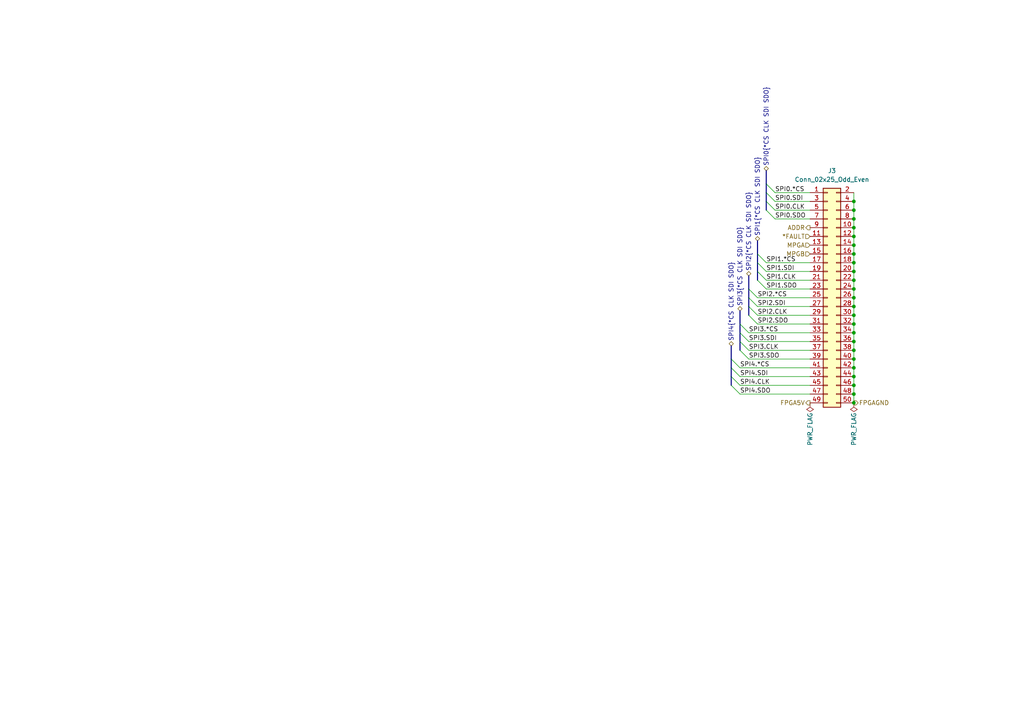
<source format=kicad_sch>
(kicad_sch (version 20211123) (generator eeschema)
  (paper "A4")
  (lib_symbols
    (symbol "Connector_Generic:Conn_02x25_Odd_Even" (pin_names (offset 1.016) hide)
      (property "Reference" "J" (at 1.27 33.02 0))
      (property "Value" "Conn_02x25_Odd_Even" (at 1.27 -33.02 0))
      (symbol "Conn_02x25_Odd_Even_1_1"
        (rectangle (start -1.27 -30.353) (end 0 -30.607) (stroke (width 0.1524)))
        (rectangle (start -1.27 -27.813) (end 0 -28.067) (stroke (width 0.1524)))
        (rectangle (start -1.27 -25.273) (end 0 -25.527) (stroke (width 0.1524)))
        (rectangle (start -1.27 -22.733) (end 0 -22.987) (stroke (width 0.1524)))
        (rectangle (start -1.27 -20.193) (end 0 -20.447) (stroke (width 0.1524)))
        (rectangle (start -1.27 -17.653) (end 0 -17.907) (stroke (width 0.1524)))
        (rectangle (start -1.27 -15.113) (end 0 -15.367) (stroke (width 0.1524)))
        (rectangle (start -1.27 -12.573) (end 0 -12.827) (stroke (width 0.1524)))
        (rectangle (start -1.27 -10.033) (end 0 -10.287) (stroke (width 0.1524)))
        (rectangle (start -1.27 -7.493) (end 0 -7.747) (stroke (width 0.1524)))
        (rectangle (start -1.27 -4.953) (end 0 -5.207) (stroke (width 0.1524)))
        (rectangle (start -1.27 -2.413) (end 0 -2.667) (stroke (width 0.1524)))
        (rectangle (start -1.27 0.127) (end 0 -0.127) (stroke (width 0.1524)))
        (rectangle (start -1.27 2.667) (end 0 2.413) (stroke (width 0.1524)))
        (rectangle (start -1.27 5.207) (end 0 4.953) (stroke (width 0.1524)))
        (rectangle (start -1.27 7.747) (end 0 7.493) (stroke (width 0.1524)))
        (rectangle (start -1.27 10.287) (end 0 10.033) (stroke (width 0.1524)))
        (rectangle (start -1.27 12.827) (end 0 12.573) (stroke (width 0.1524)))
        (rectangle (start -1.27 15.367) (end 0 15.113) (stroke (width 0.1524)))
        (rectangle (start -1.27 17.907) (end 0 17.653) (stroke (width 0.1524)))
        (rectangle (start -1.27 20.447) (end 0 20.193) (stroke (width 0.1524)))
        (rectangle (start -1.27 22.987) (end 0 22.733) (stroke (width 0.1524)))
        (rectangle (start -1.27 25.527) (end 0 25.273) (stroke (width 0.1524)))
        (rectangle (start -1.27 28.067) (end 0 27.813) (stroke (width 0.1524)))
        (rectangle (start -1.27 30.607) (end 0 30.353) (stroke (width 0.1524)))
        (rectangle (start -1.27 31.75) (end 3.81 -31.75) (stroke (width 0.254)) (fill (type background)))
        (rectangle (start 3.81 -30.353) (end 2.54 -30.607) (stroke (width 0.1524)))
        (rectangle (start 3.81 -27.813) (end 2.54 -28.067) (stroke (width 0.1524)))
        (rectangle (start 3.81 -25.273) (end 2.54 -25.527) (stroke (width 0.1524)))
        (rectangle (start 3.81 -22.733) (end 2.54 -22.987) (stroke (width 0.1524)))
        (rectangle (start 3.81 -20.193) (end 2.54 -20.447) (stroke (width 0.1524)))
        (rectangle (start 3.81 -17.653) (end 2.54 -17.907) (stroke (width 0.1524)))
        (rectangle (start 3.81 -15.113) (end 2.54 -15.367) (stroke (width 0.1524)))
        (rectangle (start 3.81 -12.573) (end 2.54 -12.827) (stroke (width 0.1524)))
        (rectangle (start 3.81 -10.033) (end 2.54 -10.287) (stroke (width 0.1524)))
        (rectangle (start 3.81 -7.493) (end 2.54 -7.747) (stroke (width 0.1524)))
        (rectangle (start 3.81 -4.953) (end 2.54 -5.207) (stroke (width 0.1524)))
        (rectangle (start 3.81 -2.413) (end 2.54 -2.667) (stroke (width 0.1524)))
        (rectangle (start 3.81 0.127) (end 2.54 -0.127) (stroke (width 0.1524)))
        (rectangle (start 3.81 2.667) (end 2.54 2.413) (stroke (width 0.1524)))
        (rectangle (start 3.81 5.207) (end 2.54 4.953) (stroke (width 0.1524)))
        (rectangle (start 3.81 7.747) (end 2.54 7.493) (stroke (width 0.1524)))
        (rectangle (start 3.81 10.287) (end 2.54 10.033) (stroke (width 0.1524)))
        (rectangle (start 3.81 12.827) (end 2.54 12.573) (stroke (width 0.1524)))
        (rectangle (start 3.81 15.367) (end 2.54 15.113) (stroke (width 0.1524)))
        (rectangle (start 3.81 17.907) (end 2.54 17.653) (stroke (width 0.1524)))
        (rectangle (start 3.81 20.447) (end 2.54 20.193) (stroke (width 0.1524)))
        (rectangle (start 3.81 22.987) (end 2.54 22.733) (stroke (width 0.1524)))
        (rectangle (start 3.81 25.527) (end 2.54 25.273) (stroke (width 0.1524)))
        (rectangle (start 3.81 28.067) (end 2.54 27.813) (stroke (width 0.1524)))
        (rectangle (start 3.81 30.607) (end 2.54 30.353) (stroke (width 0.1524)))
        (pin passive line (at -5.08 30.48 0) (length 3.81) (name "Pin_1") (number "1"))
        (pin passive line (at 7.62 20.32 180) (length 3.81) (name "Pin_10") (number "10"))
        (pin passive line (at -5.08 17.78 0) (length 3.81) (name "Pin_11") (number "11"))
        (pin passive line (at 7.62 17.78 180) (length 3.81) (name "Pin_12") (number "12"))
        (pin passive line (at -5.08 15.24 0) (length 3.81) (name "Pin_13") (number "13"))
        (pin passive line (at 7.62 15.24 180) (length 3.81) (name "Pin_14") (number "14"))
        (pin passive line (at -5.08 12.7 0) (length 3.81) (name "Pin_15") (number "15"))
        (pin passive line (at 7.62 12.7 180) (length 3.81) (name "Pin_16") (number "16"))
        (pin passive line (at -5.08 10.16 0) (length 3.81) (name "Pin_17") (number "17"))
        (pin passive line (at 7.62 10.16 180) (length 3.81) (name "Pin_18") (number "18"))
        (pin passive line (at -5.08 7.62 0) (length 3.81) (name "Pin_19") (number "19"))
        (pin passive line (at 7.62 30.48 180) (length 3.81) (name "Pin_2") (number "2"))
        (pin passive line (at 7.62 7.62 180) (length 3.81) (name "Pin_20") (number "20"))
        (pin passive line (at -5.08 5.08 0) (length 3.81) (name "Pin_21") (number "21"))
        (pin passive line (at 7.62 5.08 180) (length 3.81) (name "Pin_22") (number "22"))
        (pin passive line (at -5.08 2.54 0) (length 3.81) (name "Pin_23") (number "23"))
        (pin passive line (at 7.62 2.54 180) (length 3.81) (name "Pin_24") (number "24"))
        (pin passive line (at -5.08 0 0) (length 3.81) (name "Pin_25") (number "25"))
        (pin passive line (at 7.62 0 180) (length 3.81) (name "Pin_26") (number "26"))
        (pin passive line (at -5.08 -2.54 0) (length 3.81) (name "Pin_27") (number "27"))
        (pin passive line (at 7.62 -2.54 180) (length 3.81) (name "Pin_28") (number "28"))
        (pin passive line (at -5.08 -5.08 0) (length 3.81) (name "Pin_29") (number "29"))
        (pin passive line (at -5.08 27.94 0) (length 3.81) (name "Pin_3") (number "3"))
        (pin passive line (at 7.62 -5.08 180) (length 3.81) (name "Pin_30") (number "30"))
        (pin passive line (at -5.08 -7.62 0) (length 3.81) (name "Pin_31") (number "31"))
        (pin passive line (at 7.62 -7.62 180) (length 3.81) (name "Pin_32") (number "32"))
        (pin passive line (at -5.08 -10.16 0) (length 3.81) (name "Pin_33") (number "33"))
        (pin passive line (at 7.62 -10.16 180) (length 3.81) (name "Pin_34") (number "34"))
        (pin passive line (at -5.08 -12.7 0) (length 3.81) (name "Pin_35") (number "35"))
        (pin passive line (at 7.62 -12.7 180) (length 3.81) (name "Pin_36") (number "36"))
        (pin passive line (at -5.08 -15.24 0) (length 3.81) (name "Pin_37") (number "37"))
        (pin passive line (at 7.62 -15.24 180) (length 3.81) (name "Pin_38") (number "38"))
        (pin passive line (at -5.08 -17.78 0) (length 3.81) (name "Pin_39") (number "39"))
        (pin passive line (at 7.62 27.94 180) (length 3.81) (name "Pin_4") (number "4"))
        (pin passive line (at 7.62 -17.78 180) (length 3.81) (name "Pin_40") (number "40"))
        (pin passive line (at -5.08 -20.32 0) (length 3.81) (name "Pin_41") (number "41"))
        (pin passive line (at 7.62 -20.32 180) (length 3.81) (name "Pin_42") (number "42"))
        (pin passive line (at -5.08 -22.86 0) (length 3.81) (name "Pin_43") (number "43"))
        (pin passive line (at 7.62 -22.86 180) (length 3.81) (name "Pin_44") (number "44"))
        (pin passive line (at -5.08 -25.4 0) (length 3.81) (name "Pin_45") (number "45"))
        (pin passive line (at 7.62 -25.4 180) (length 3.81) (name "Pin_46") (number "46"))
        (pin passive line (at -5.08 -27.94 0) (length 3.81) (name "Pin_47") (number "47"))
        (pin passive line (at 7.62 -27.94 180) (length 3.81) (name "Pin_48") (number "48"))
        (pin passive line (at -5.08 -30.48 0) (length 3.81) (name "Pin_49") (number "49"))
        (pin passive line (at -5.08 25.4 0) (length 3.81) (name "Pin_5") (number "5"))
        (pin passive line (at 7.62 -30.48 180) (length 3.81) (name "Pin_50") (number "50"))
        (pin passive line (at 7.62 25.4 180) (length 3.81) (name "Pin_6") (number "6"))
        (pin passive line (at -5.08 22.86 0) (length 3.81) (name "Pin_7") (number "7"))
        (pin passive line (at 7.62 22.86 180) (length 3.81) (name "Pin_8") (number "8"))
        (pin passive line (at -5.08 20.32 0) (length 3.81) (name "Pin_9") (number "9"))
      )
    )
    (symbol "power:PWR_FLAG" (power) (pin_numbers hide) (pin_names (offset 0) hide)
      (property "Value" "PWR_FLAG" (at 0 3.81 0))
      (symbol "PWR_FLAG_0_0"
        (pin power_out line (at 0 0 90) (length 0) (name "pwr") (number "1"))
      )
      (symbol "PWR_FLAG_0_1"
        (polyline (pts (xy 0 0) (xy 0 1.27) (xy -1.016 1.905) (xy 0 2.54) (xy 1.016 1.905) (xy 0 1.27)))
      )
    )
  )
  (junction (at 247.65 96.52))
  (junction (at 247.65 68.58))
  (junction (at 247.65 76.2))
  (junction (at 247.65 114.3))
  (junction (at 247.65 109.22))
  (junction (at 247.65 111.76))
  (junction (at 247.65 66.04))
  (junction (at 247.65 81.28))
  (junction (at 247.65 78.74))
  (junction (at 247.65 106.68))
  (junction (at 247.65 101.6))
  (junction (at 247.65 63.5))
  (junction (at 247.65 104.14))
  (junction (at 247.65 83.82))
  (junction (at 247.65 86.36))
  (junction (at 247.65 88.9))
  (junction (at 247.65 73.66))
  (junction (at 247.65 71.12))
  (junction (at 247.65 91.44))
  (junction (at 247.65 58.42))
  (junction (at 247.65 99.06))
  (junction (at 247.65 60.96))
  (junction (at 247.65 93.98))
  (junction (at 247.65 116.84))
  (bus_entry (at 212.09 109.22) (size 2.54 2.54))
  (bus_entry (at 219.71 81.28) (size 2.54 2.54))
  (bus_entry (at 212.09 111.76) (size 2.54 2.54))
  (bus_entry (at 212.09 106.68) (size 2.54 2.54))
  (bus_entry (at 214.63 99.06) (size 2.54 2.54))
  (bus_entry (at 217.17 83.82) (size 2.54 2.54))
  (bus_entry (at 219.71 78.74) (size 2.54 2.54))
  (bus_entry (at 217.17 86.36) (size 2.54 2.54))
  (bus_entry (at 214.63 96.52) (size 2.54 2.54))
  (bus_entry (at 222.25 58.42) (size 2.54 2.54))
  (bus_entry (at 222.25 60.96) (size 2.54 2.54))
  (bus_entry (at 222.25 55.88) (size 2.54 2.54))
  (bus_entry (at 222.25 53.34) (size 2.54 2.54))
  (bus_entry (at 212.09 104.14) (size 2.54 2.54))
  (bus_entry (at 214.63 93.98) (size 2.54 2.54))
  (bus_entry (at 217.17 91.44) (size 2.54 2.54))
  (bus_entry (at 219.71 76.2) (size 2.54 2.54))
  (bus_entry (at 217.17 88.9) (size 2.54 2.54))
  (bus_entry (at 219.71 73.66) (size 2.54 2.54))
  (bus_entry (at 214.63 101.6) (size 2.54 2.54))
  (wire (pts (xy 222.25 78.74) (xy 234.95 78.74)))
  (wire (pts (xy 247.65 101.6) (xy 247.65 104.14)))
  (bus (pts (xy 212.09 100.33) (xy 212.09 104.14)))
  (bus (pts (xy 217.17 83.82) (xy 217.17 86.36)))
  (wire (pts (xy 224.79 63.5) (xy 234.95 63.5)))
  (wire (pts (xy 247.65 106.68) (xy 247.65 109.22)))
  (wire (pts (xy 247.65 63.5) (xy 247.65 66.04)))
  (bus (pts (xy 222.25 53.34) (xy 222.25 55.88)))
  (bus (pts (xy 222.25 58.42) (xy 222.25 60.96)))
  (wire (pts (xy 219.71 88.9) (xy 234.95 88.9)))
  (wire (pts (xy 247.65 66.04) (xy 247.65 68.58)))
  (wire (pts (xy 247.65 104.14) (xy 247.65 106.68)))
  (wire (pts (xy 247.65 68.58) (xy 247.65 71.12)))
  (bus (pts (xy 217.17 80.01) (xy 217.17 83.82)))
  (wire (pts (xy 247.65 81.28) (xy 247.65 83.82)))
  (wire (pts (xy 247.65 91.44) (xy 247.65 93.98)))
  (wire (pts (xy 247.65 111.76) (xy 247.65 114.3)))
  (wire (pts (xy 219.71 86.36) (xy 234.95 86.36)))
  (wire (pts (xy 222.25 81.28) (xy 234.95 81.28)))
  (wire (pts (xy 214.63 114.3) (xy 234.95 114.3)))
  (wire (pts (xy 247.65 76.2) (xy 247.65 78.74)))
  (bus (pts (xy 214.63 93.98) (xy 214.63 96.52)))
  (bus (pts (xy 219.71 73.66) (xy 219.71 76.2)))
  (wire (pts (xy 224.79 60.96) (xy 234.95 60.96)))
  (wire (pts (xy 247.65 109.22) (xy 247.65 111.76)))
  (bus (pts (xy 217.17 88.9) (xy 217.17 91.44)))
  (wire (pts (xy 217.17 104.14) (xy 234.95 104.14)))
  (bus (pts (xy 219.71 69.85) (xy 219.71 73.66)))
  (wire (pts (xy 247.65 86.36) (xy 247.65 88.9)))
  (wire (pts (xy 247.65 71.12) (xy 247.65 73.66)))
  (wire (pts (xy 217.17 96.52) (xy 234.95 96.52)))
  (bus (pts (xy 219.71 76.2) (xy 219.71 78.74)))
  (wire (pts (xy 247.65 55.88) (xy 247.65 58.42)))
  (wire (pts (xy 247.65 88.9) (xy 247.65 91.44)))
  (wire (pts (xy 247.65 60.96) (xy 247.65 63.5)))
  (wire (pts (xy 247.65 83.82) (xy 247.65 86.36)))
  (bus (pts (xy 222.25 55.88) (xy 222.25 58.42)))
  (bus (pts (xy 212.09 106.68) (xy 212.09 109.22)))
  (wire (pts (xy 222.25 83.82) (xy 234.95 83.82)))
  (bus (pts (xy 212.09 109.22) (xy 212.09 111.76)))
  (wire (pts (xy 222.25 76.2) (xy 234.95 76.2)))
  (wire (pts (xy 247.65 99.06) (xy 247.65 101.6)))
  (wire (pts (xy 219.71 91.44) (xy 234.95 91.44)))
  (bus (pts (xy 212.09 104.14) (xy 212.09 106.68)))
  (bus (pts (xy 214.63 96.52) (xy 214.63 99.06)))
  (bus (pts (xy 222.25 49.53) (xy 222.25 53.34)))
  (wire (pts (xy 214.63 111.76) (xy 234.95 111.76)))
  (bus (pts (xy 217.17 86.36) (xy 217.17 88.9)))
  (wire (pts (xy 224.79 58.42) (xy 234.95 58.42)))
  (bus (pts (xy 219.71 78.74) (xy 219.71 81.28)))
  (wire (pts (xy 219.71 93.98) (xy 234.95 93.98)))
  (wire (pts (xy 247.65 78.74) (xy 247.65 81.28)))
  (wire (pts (xy 214.63 106.68) (xy 234.95 106.68)))
  (wire (pts (xy 217.17 101.6) (xy 234.95 101.6)))
  (wire (pts (xy 247.65 58.42) (xy 247.65 60.96)))
  (wire (pts (xy 247.65 96.52) (xy 247.65 99.06)))
  (wire (pts (xy 247.65 73.66) (xy 247.65 76.2)))
  (wire (pts (xy 217.17 99.06) (xy 234.95 99.06)))
  (bus (pts (xy 214.63 99.06) (xy 214.63 101.6)))
  (bus (pts (xy 214.63 90.17) (xy 214.63 93.98)))
  (wire (pts (xy 224.79 55.88) (xy 234.95 55.88)))
  (wire (pts (xy 247.65 114.3) (xy 247.65 116.84)))
  (wire (pts (xy 247.65 93.98) (xy 247.65 96.52)))
  (wire (pts (xy 214.63 109.22) (xy 234.95 109.22)))
  (label "SPI0.SDO" (at 224.79 63.5 0))
  (label "SPI0.*CS" (at 224.79 55.88 0))
  (label "SPI4.CLK" (at 214.63 111.76 0))
  (label "SPI3.CLK" (at 217.17 101.6 0))
  (label "SPI3.SDI" (at 217.17 99.06 0))
  (label "SPI2.*CS" (at 219.71 86.36 0))
  (label "SPI4.SDI" (at 214.63 109.22 0))
  (label "SPI3.*CS" (at 217.17 96.52 0))
  (label "SPI0.CLK" (at 224.79 60.96 0))
  (label "SPI1.SDI" (at 222.25 78.74 0))
  (label "SPI1.CLK" (at 222.25 81.28 0))
  (label "SPI2.CLK" (at 219.71 91.44 0))
  (label "SPI1.*CS" (at 222.25 76.2 0))
  (label "SPI2.SDO" (at 219.71 93.98 0))
  (label "SPI0.SDI" (at 224.79 58.42 0))
  (label "SPI4.*CS" (at 214.63 106.68 0))
  (label "SPI4.SDO" (at 214.63 114.3 0))
  (label "SPI2.SDI" (at 219.71 88.9 0))
  (label "SPI3.SDO" (at 217.17 104.14 0))
  (label "SPI1.SDO" (at 222.25 83.82 0))
  (hierarchical_label "SPI0{*CS CLK SDI SDO}" (shape bidirectional) (at 222.25 49.53 90))
  (hierarchical_label "ADDR" (shape output) (at 234.95 66.04 180))
  (hierarchical_label "SPI2{*CS CLK SDI SDO}" (shape bidirectional) (at 217.17 80.01 90))
  (hierarchical_label "*FAULT" (shape input) (at 234.95 68.58 180))
  (hierarchical_label "MPGB" (shape input) (at 234.95 73.66 180))
  (hierarchical_label "FPGAGND" (shape output) (at 247.65 116.84 0))
  (hierarchical_label "FPGA5V" (shape output) (at 234.95 116.84 180))
  (hierarchical_label "MPGA" (shape input) (at 234.95 71.12 180))
  (hierarchical_label "SPI4{*CS CLK SDI SDO}" (shape bidirectional) (at 212.09 100.33 90))
  (hierarchical_label "SPI1{*CS CLK SDI SDO}" (shape bidirectional) (at 219.71 69.85 90))
  (hierarchical_label "SPI3{*CS CLK SDI SDO}" (shape bidirectional) (at 214.63 90.17 90))
  (symbol (lib_id "power:PWR_FLAG") (at 247.65 116.84 180) (unit 1)
    (property "Reference" "#FLG04" (effects hide))
    (property "Value" "PWR_FLAG" (at 247.65 124.46 90))
  )
  (symbol (lib_id "Connector_Generic:Conn_02x25_Odd_Even") (at 240.03 86.36 0) (unit 1)
    (property "Reference" "J3" (at 241.3 49.53 0))
    (property "Value" "Conn_02x25_Odd_Even" (at 241.3 52.07 0))
    (property "Footprint" "Connector_IDC:IDC-Header_2x25_P2.54mm_Latch_Vertical" (effects hide))
  )
  (symbol (lib_id "power:PWR_FLAG") (at 234.95 116.84 180) (unit 1)
    (property "Reference" "#FLG03" (effects hide))
    (property "Value" "PWR_FLAG" (at 234.95 124.46 90))
  )
)
</source>
